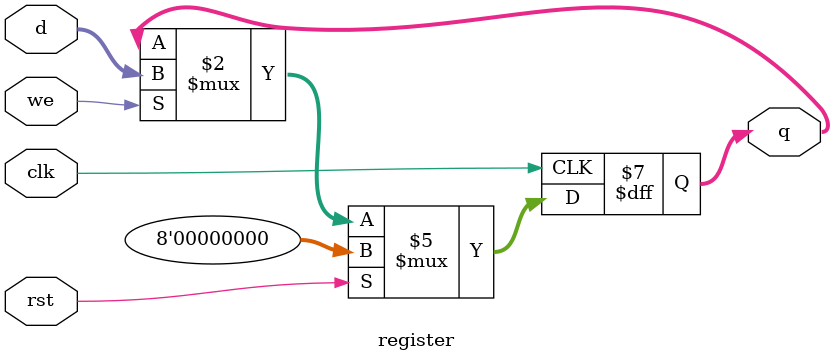
<source format=v>
module register #(
    parameter WIDTH = 8
)(
    input wire clk,                 // Clock input
    input wire rst,                 // Synchronous reset (active high)
    input wire we,                  // Write enable (active high)
    input wire [WIDTH-1:0] d,       // Data input
    output reg [WIDTH-1:0] q        // Data output
);

    always @(posedge clk) begin     // Synchronous block (rising edge)
        if (rst) begin
            q <= {WIDTH{1'b0}};     // Reset output to 0
        end else if (we) begin
            q <= d;                 // Load data into register
        end
    end
endmodule
</source>
